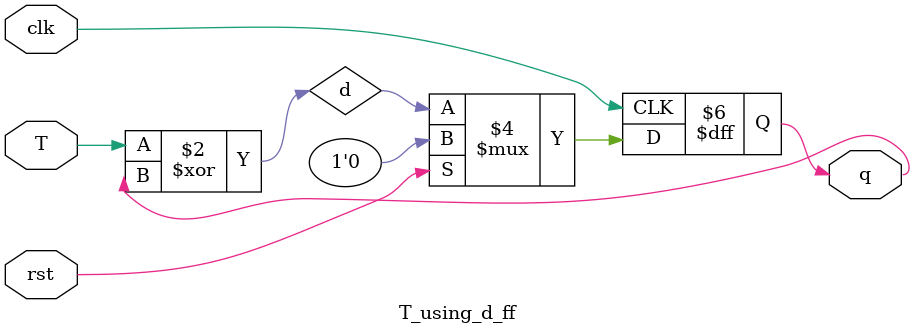
<source format=v>
`timescale 1ns / 1ps
module T_using_d_ff(
input clk,rst,T,
output reg q
    );
    wire d;
    always @(posedge clk)
     begin 
        if (rst)  
           q<=1'b0;
        else 
           q<=d;   
     end 
     assign d= T ^ q ;
endmodule

</source>
